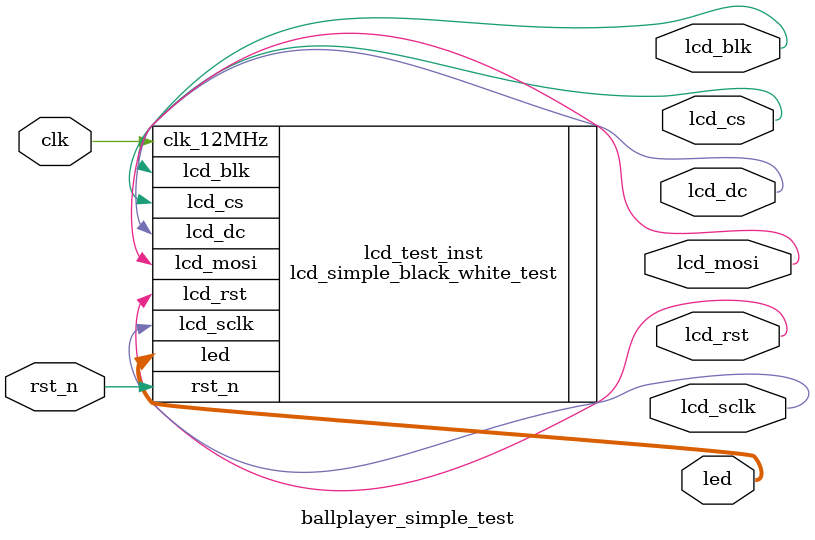
<source format=v>

module ballplayer_simple_test (
    input wire clk,         // 12MHz时钟输入
    input wire rst_n,       // 复位信号
    
    // LCD接口
    output wire lcd_rst,    // LCD复位
    output wire lcd_blk,    // LCD背光
    output wire lcd_dc,     // LCD数据/命令选择
    output wire lcd_sclk,   // LCD SPI时钟
    output wire lcd_mosi,   // LCD SPI数据
    output wire lcd_cs,     // LCD片选
    
    // LED状态指示
    output wire [7:0] led   // LED指示
);

// 实例化LCD简单测试模块
lcd_simple_black_white_test lcd_test_inst(
    .clk_12MHz(clk),
    .rst_n(rst_n),
    .lcd_rst(lcd_rst),
    .lcd_blk(lcd_blk), 
    .lcd_dc(lcd_dc),
    .lcd_sclk(lcd_sclk),
    .lcd_mosi(lcd_mosi),
    .lcd_cs(lcd_cs),
    .led(led)
);

endmodule

</source>
